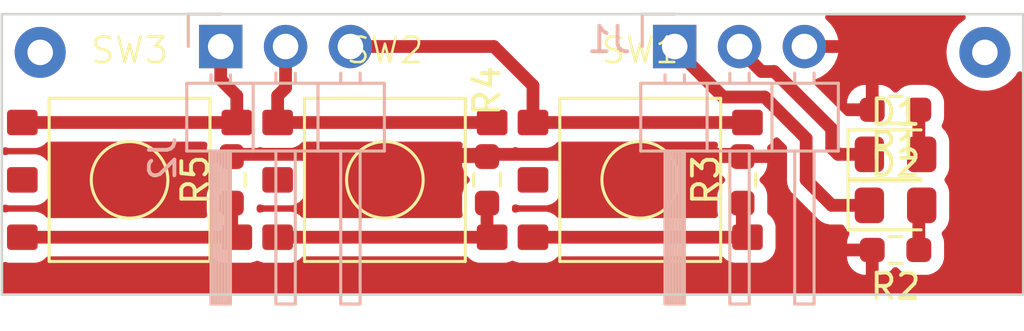
<source format=kicad_pcb>
(kicad_pcb (version 20221018) (generator pcbnew)
  (layers (0 "F.Cu" signal) (31 "B.Cu" signal) (34 "B.Paste" user) (35 "F.Paste" user) (36 "B.SilkS" user "B.Silkscreen") (37 "F.SilkS" user "F.Silkscreen") (38 "B.Mask" user) (39 "F.Mask" user) (44 "Edge.Cuts" user))
  (net 0 "")
  (net 1 "Net-(D1-K)")
  (net 2 "Net-(D1-A)")
  (net 3 "Net-(D2-K)")
  (net 4 "Net-(D2-A)")
  (net 5 "Net-(J1-Pin_3)")
  (net 6 "Net-(J2-Pin_1)")
  (net 7 "Net-(J2-Pin_2)")
  (net 8 "Net-(J2-Pin_3)")
  (net 9 "Net-(R3-Pad1)")
  (net 10 "Net-(R4-Pad1)")
  (net 11 "Net-(R5-Pad1)")
  (footprint "USER:SW_SPST_CK_PTS641" (layer "F.Cu") (at 115 106.5)
    (fp_text reference "SW2" (at 0 -5.08 unlocked) (layer "F.SilkS") (effects (font (thickness 0.1))))
    (fp_text value "OK")
    (fp_line (start -3.15 -3.2) (end -3.15 3.2) (stroke (width 0.12)) (layer "F.SilkS"))
    (fp_line (start -3.15 -3.2) (end 3.15 -3.2) (stroke (width 0.12)) (layer "F.SilkS"))
    (fp_line (start -3.15 3.2) (end 3.15 3.2) (stroke (width 0.12)) (layer "F.SilkS"))
    (fp_line (start 3.15 -3.2) (end 3.15 3.2) (stroke (width 0.12)) (layer "F.SilkS"))
    (fp_circle (center 0 0) (end 1.5 0) (stroke (width 0.12)) (fill none) (layer "F.SilkS"))
    (pad "1" smd roundrect (at -4.2 -2.25) (size 1.2 1) (layers "F.Cu" "F.Paste" "F.Mask") (roundrect_rratio 0.15) (net 7 "Net-(J2-Pin_2)"))
    (pad "1" smd roundrect (at 4.2 -2.25) (size 1.2 1) (layers "F.Cu" "F.Paste" "F.Mask") (roundrect_rratio 0.15) (net 7 "Net-(J2-Pin_2)"))
    (pad "2" smd roundrect (at -4.2 2.25) (size 1.2 1) (layers "F.Cu" "F.Paste" "F.Mask") (roundrect_rratio 0.15) (net 10 "Net-(R4-Pad1)"))
    (pad "2" smd roundrect (at 4.2 2.25) (size 1.2 1) (layers "F.Cu" "F.Paste" "F.Mask") (roundrect_rratio 0.15) (net 10 "Net-(R4-Pad1)"))
    (pad "SH" smd roundrect (at -4.2 0) (size 1.2 1) (layers "F.Cu" "F.Paste" "F.Mask") (roundrect_rratio 0.15))
  )
  (footprint "LED_SMD:LED_0805_2012Metric_Pad1.15x1.40mm_HandSolder" (layer "F.Cu") (at 135 105.5)
    (fp_text reference "D1" (at 0 -1.65) (layer "F.SilkS"))
    (fp_text value "GRN")
    (fp_line (start -1.86 -0.96) (end -1.86 0.96) (stroke (width 0.12)) (layer "F.SilkS"))
    (fp_line (start -1.86 0.96) (end 1 0.96) (stroke (width 0.12)) (layer "F.SilkS"))
    (fp_line (start 1 -0.96) (end -1.86 -0.96) (stroke (width 0.12)) (layer "F.SilkS"))
    (pad "1" smd roundrect (at -1.025 0) (size 1.15 1.4) (layers "F.Cu" "F.Paste" "F.Mask") (roundrect_rratio 0.2173913043) (net 1 "Net-(D1-K)"))
    (pad "2" smd roundrect (at 1.025 0) (size 1.15 1.4) (layers "F.Cu" "F.Paste" "F.Mask") (roundrect_rratio 0.2173913043) (net 2 "Net-(D1-A)"))
  )
  (footprint "Resistor_SMD:R_0603_1608Metric_Pad0.98x0.95mm_HandSolder" (layer "F.Cu") (at 135 103.75 180)
    (fp_text reference "R1" (at 0 -1.43) (layer "F.SilkS"))
    (fp_text value "220R")
    (fp_line (start -0.254724 -0.5225) (end 0.254724 -0.5225) (stroke (width 0.12)) (layer "F.SilkS"))
    (fp_line (start -0.254724 0.5225) (end 0.254724 0.5225) (stroke (width 0.12)) (layer "F.SilkS"))
    (pad "1" smd roundrect (at -0.9125 0 180) (size 0.975 0.95) (layers "F.Cu" "F.Paste" "F.Mask") (net 2 "Net-(D1-A)"))
    (pad "2" smd roundrect (at 0.9125 0 180) (size 0.975 0.95) (layers "F.Cu" "F.Paste" "F.Mask") (net 5 "Net-(J1-Pin_3)"))
  )
  (footprint "LED_SMD:LED_0805_2012Metric_Pad1.15x1.40mm_HandSolder" (layer "F.Cu") (at 135 107.5)
    (fp_text reference "D2" (at 0 -1.65) (layer "F.SilkS"))
    (fp_text value "RED")
    (fp_line (start -1.86 -0.96) (end -1.86 0.96) (stroke (width 0.12)) (layer "F.SilkS"))
    (fp_line (start -1.86 0.96) (end 1 0.96) (stroke (width 0.12)) (layer "F.SilkS"))
    (fp_line (start 1 -0.96) (end -1.86 -0.96) (stroke (width 0.12)) (layer "F.SilkS"))
    (pad "1" smd roundrect (at -1.025 0) (size 1.15 1.4) (layers "F.Cu" "F.Paste" "F.Mask") (roundrect_rratio 0.2173913043) (net 3 "Net-(D2-K)"))
    (pad "2" smd roundrect (at 1.025 0) (size 1.15 1.4) (layers "F.Cu" "F.Paste" "F.Mask") (roundrect_rratio 0.2173913043) (net 4 "Net-(D2-A)"))
  )
  (footprint "Resistor_SMD:R_0603_1608Metric_Pad0.98x0.95mm_HandSolder" (layer "F.Cu") (at 135 109.25 180)
    (fp_text reference "R2" (at 0 -1.43) (layer "F.SilkS"))
    (fp_text value "330R")
    (fp_line (start -0.254724 -0.5225) (end 0.254724 -0.5225) (stroke (width 0.12)) (layer "F.SilkS"))
    (fp_line (start -0.254724 0.5225) (end 0.254724 0.5225) (stroke (width 0.12)) (layer "F.SilkS"))
    (pad "1" smd roundrect (at -0.9125 0 180) (size 0.975 0.95) (layers "F.Cu" "F.Paste" "F.Mask") (net 4 "Net-(D2-A)"))
    (pad "2" smd roundrect (at 0.9125 0 180) (size 0.975 0.95) (layers "F.Cu" "F.Paste" "F.Mask") (net 5 "Net-(J1-Pin_3)"))
  )
  (footprint "Resistor_SMD:R_0603_1608Metric_Pad0.98x0.95mm_HandSolder" (layer "F.Cu") (at 109 106.5 90)
    (fp_text reference "R5" (at 0 -1.43 90) (layer "F.SilkS"))
    (fp_text value "1k")
    (fp_line (start -0.254724 -0.5225) (end 0.254724 -0.5225) (stroke (width 0.12)) (layer "F.SilkS"))
    (fp_line (start -0.254724 0.5225) (end 0.254724 0.5225) (stroke (width 0.12)) (layer "F.SilkS"))
    (pad "1" smd roundrect (at -0.9125 0 90) (size 0.975 0.95) (layers "F.Cu" "F.Paste" "F.Mask") (net 11 "Net-(R5-Pad1)"))
    (pad "2" smd roundrect (at 0.9125 0 90) (size 0.975 0.95) (layers "F.Cu" "F.Paste" "F.Mask") (net 5 "Net-(J1-Pin_3)"))
  )
  (footprint "Resistor_SMD:R_0603_1608Metric_Pad0.98x0.95mm_HandSolder" (layer "F.Cu") (at 129 106.5 90)
    (fp_text reference "R3" (at 0 -1.43 90) (layer "F.SilkS"))
    (fp_text value "1k")
    (fp_line (start -0.254724 -0.5225) (end 0.254724 -0.5225) (stroke (width 0.12)) (layer "F.SilkS"))
    (fp_line (start -0.254724 0.5225) (end 0.254724 0.5225) (stroke (width 0.12)) (layer "F.SilkS"))
    (pad "1" smd roundrect (at -0.9125 0 90) (size 0.975 0.95) (layers "F.Cu" "F.Paste" "F.Mask") (net 9 "Net-(R3-Pad1)"))
    (pad "2" smd roundrect (at 0.9125 0 90) (size 0.975 0.95) (layers "F.Cu" "F.Paste" "F.Mask") (net 5 "Net-(J1-Pin_3)"))
  )
  (footprint "Resistor_SMD:R_0603_1608Metric_Pad0.98x0.95mm_HandSolder" (layer "F.Cu") (at 119 106.5 90)
    (fp_text reference "R4" (at 3.5 0 90) (layer "F.SilkS"))
    (fp_text value "1k")
    (fp_line (start -0.254724 -0.5225) (end 0.254724 -0.5225) (stroke (width 0.12)) (layer "F.SilkS"))
    (fp_line (start -0.254724 0.5225) (end 0.254724 0.5225) (stroke (width 0.12)) (layer "F.SilkS"))
    (pad "1" smd roundrect (at -0.9125 0 90) (size 0.975 0.95) (layers "F.Cu" "F.Paste" "F.Mask") (net 10 "Net-(R4-Pad1)"))
    (pad "2" smd roundrect (at 0.9125 0 90) (size 0.975 0.95) (layers "F.Cu" "F.Paste" "F.Mask") (net 5 "Net-(J1-Pin_3)"))
  )
  (footprint "USER:SW_SPST_CK_PTS641" (layer "F.Cu") (at 105 106.5)
    (fp_text reference "SW3" (at 0 -5.08 unlocked) (layer "F.SilkS") (effects (font (thickness 0.1))))
    (fp_text value "DN")
    (fp_line (start -3.15 -3.2) (end -3.15 3.2) (stroke (width 0.12)) (layer "F.SilkS"))
    (fp_line (start -3.15 -3.2) (end 3.15 -3.2) (stroke (width 0.12)) (layer "F.SilkS"))
    (fp_line (start -3.15 3.2) (end 3.15 3.2) (stroke (width 0.12)) (layer "F.SilkS"))
    (fp_line (start 3.15 -3.2) (end 3.15 3.2) (stroke (width 0.12)) (layer "F.SilkS"))
    (fp_circle (center 0 0) (end 1.5 0) (stroke (width 0.12)) (fill none) (layer "F.SilkS"))
    (pad "1" smd roundrect (at -4.2 -2.25) (size 1.2 1) (layers "F.Cu" "F.Paste" "F.Mask") (roundrect_rratio 0.15) (net 6 "Net-(J2-Pin_1)"))
    (pad "1" smd roundrect (at 4.2 -2.25) (size 1.2 1) (layers "F.Cu" "F.Paste" "F.Mask") (roundrect_rratio 0.15) (net 6 "Net-(J2-Pin_1)"))
    (pad "2" smd roundrect (at -4.2 2.25) (size 1.2 1) (layers "F.Cu" "F.Paste" "F.Mask") (roundrect_rratio 0.15) (net 11 "Net-(R5-Pad1)"))
    (pad "2" smd roundrect (at 4.2 2.25) (size 1.2 1) (layers "F.Cu" "F.Paste" "F.Mask") (roundrect_rratio 0.15) (net 11 "Net-(R5-Pad1)"))
    (pad "SH" smd roundrect (at -4.2 0) (size 1.2 1) (layers "F.Cu" "F.Paste" "F.Mask") (roundrect_rratio 0.15))
  )
  (footprint "USER:SW_SPST_CK_PTS641" (layer "F.Cu") (at 125 106.5)
    (fp_text reference "SW1" (at 0 -5.08 unlocked) (layer "F.SilkS") (effects (font (thickness 0.1))))
    (fp_text value "UP")
    (fp_line (start -3.15 -3.2) (end -3.15 3.2) (stroke (width 0.12)) (layer "F.SilkS"))
    (fp_line (start -3.15 -3.2) (end 3.15 -3.2) (stroke (width 0.12)) (layer "F.SilkS"))
    (fp_line (start -3.15 3.2) (end 3.15 3.2) (stroke (width 0.12)) (layer "F.SilkS"))
    (fp_line (start 3.15 -3.2) (end 3.15 3.2) (stroke (width 0.12)) (layer "F.SilkS"))
    (fp_circle (center 0 0) (end 1.5 0) (stroke (width 0.12)) (fill none) (layer "F.SilkS"))
    (pad "1" smd roundrect (at -4.2 -2.25) (size 1.2 1) (layers "F.Cu" "F.Paste" "F.Mask") (roundrect_rratio 0.15) (net 8 "Net-(J2-Pin_3)"))
    (pad "1" smd roundrect (at 4.2 -2.25) (size 1.2 1) (layers "F.Cu" "F.Paste" "F.Mask") (roundrect_rratio 0.15) (net 8 "Net-(J2-Pin_3)"))
    (pad "2" smd roundrect (at -4.2 2.25) (size 1.2 1) (layers "F.Cu" "F.Paste" "F.Mask") (roundrect_rratio 0.15) (net 9 "Net-(R3-Pad1)"))
    (pad "2" smd roundrect (at 4.2 2.25) (size 1.2 1) (layers "F.Cu" "F.Paste" "F.Mask") (roundrect_rratio 0.15) (net 9 "Net-(R3-Pad1)"))
    (pad "SH" smd roundrect (at -4.2 0) (size 1.2 1) (layers "F.Cu" "F.Paste" "F.Mask") (roundrect_rratio 0.15))
  )
  (footprint "Connector_PinHeader_2.54mm:PinHeader_1x03_P2.54mm_Horizontal" (layer "B.Cu") (at 108.57 101.27 -90)
    (fp_text reference "J2" (at 4.385 2.27 90) (layer "B.SilkS") (effects (justify mirror)))
    (fp_text value "Conn_01x03")
    (fp_line (start -1.27 0) (end -1.27 1.27) (stroke (width 0.12)) (layer "B.SilkS"))
    (fp_line (start -1.27 1.27) (end 0 1.27) (stroke (width 0.12)) (layer "B.SilkS"))
    (fp_line (start 1.042929 -5.46) (end 1.44 -5.46) (stroke (width 0.12)) (layer "B.SilkS"))
    (fp_line (start 1.042929 -4.7) (end 1.44 -4.7) (stroke (width 0.12)) (layer "B.SilkS"))
    (fp_line (start 1.042929 -2.92) (end 1.44 -2.92) (stroke (width 0.12)) (layer "B.SilkS"))
    (fp_line (start 1.042929 -2.16) (end 1.44 -2.16) (stroke (width 0.12)) (layer "B.SilkS"))
    (fp_line (start 1.11 -0.38) (end 1.44 -0.38) (stroke (width 0.12)) (layer "B.SilkS"))
    (fp_line (start 1.11 0.38) (end 1.44 0.38) (stroke (width 0.12)) (layer "B.SilkS"))
    (fp_line (start 1.44 -6.41) (end 4.1 -6.41) (stroke (width 0.12)) (layer "B.SilkS"))
    (fp_line (start 1.44 -3.81) (end 4.1 -3.81) (stroke (width 0.12)) (layer "B.SilkS"))
    (fp_line (start 1.44 -1.27) (end 4.1 -1.27) (stroke (width 0.12)) (layer "B.SilkS"))
    (fp_line (start 1.44 1.33) (end 1.44 -6.41) (stroke (width 0.12)) (layer "B.SilkS"))
    (fp_line (start 4.1 -6.41) (end 4.1 1.33) (stroke (width 0.12)) (layer "B.SilkS"))
    (fp_line (start 4.1 -4.7) (end 10.1 -4.7) (stroke (width 0.12)) (layer "B.SilkS"))
    (fp_line (start 4.1 -2.16) (end 10.1 -2.16) (stroke (width 0.12)) (layer "B.SilkS"))
    (fp_line (start 4.1 -0.28) (end 10.1 -0.28) (stroke (width 0.12)) (layer "B.SilkS"))
    (fp_line (start 4.1 -0.16) (end 10.1 -0.16) (stroke (width 0.12)) (layer "B.SilkS"))
    (fp_line (start 4.1 -0.04) (end 10.1 -0.04) (stroke (width 0.12)) (layer "B.SilkS"))
    (fp_line (start 4.1 0.08) (end 10.1 0.08) (stroke (width 0.12)) (layer "B.SilkS"))
    (fp_line (start 4.1 0.2) (end 10.1 0.2) (stroke (width 0.12)) (layer "B.SilkS"))
    (fp_line (start 4.1 0.32) (end 10.1 0.32) (stroke (width 0.12)) (layer "B.SilkS"))
    (fp_line (start 4.1 0.38) (end 10.1 0.38) (stroke (width 0.12)) (layer "B.SilkS"))
    (fp_line (start 4.1 1.33) (end 1.44 1.33) (stroke (width 0.12)) (layer "B.SilkS"))
    (fp_line (start 10.1 -5.46) (end 4.1 -5.46) (stroke (width 0.12)) (layer "B.SilkS"))
    (fp_line (start 10.1 -4.7) (end 10.1 -5.46) (stroke (width 0.12)) (layer "B.SilkS"))
    (fp_line (start 10.1 -2.92) (end 4.1 -2.92) (stroke (width 0.12)) (layer "B.SilkS"))
    (fp_line (start 10.1 -2.16) (end 10.1 -2.92) (stroke (width 0.12)) (layer "B.SilkS"))
    (fp_line (start 10.1 -0.38) (end 4.1 -0.38) (stroke (width 0.12)) (layer "B.SilkS"))
    (fp_line (start 10.1 0.38) (end 10.1 -0.38) (stroke (width 0.12)) (layer "B.SilkS"))
    (pad "1" thru_hole rect (at 0 0 270) (size 1.7 1.7) (drill 1) (layers "*.Cu" "*.Mask") (net 6 "Net-(J2-Pin_1)"))
    (pad "2" thru_hole oval (at 0 -2.54 270) (size 1.7 1.7) (drill 1) (layers "*.Cu" "*.Mask") (net 7 "Net-(J2-Pin_2)"))
    (pad "3" thru_hole oval (at 0 -5.08 270) (size 1.7 1.7) (drill 1) (layers "*.Cu" "*.Mask") (net 8 "Net-(J2-Pin_3)"))
  )
  (footprint "Connector_PinHeader_2.54mm:PinHeader_1x03_P2.54mm_Horizontal" (layer "B.Cu") (at 126.35 101.27 -90)
    (fp_text reference "J1" (at -0.27 2.57) (layer "B.SilkS") (effects (justify mirror)))
    (fp_text value "Conn_01x03")
    (fp_line (start -1.27 0) (end -1.27 1.27) (stroke (width 0.12)) (layer "B.SilkS"))
    (fp_line (start -1.27 1.27) (end 0 1.27) (stroke (width 0.12)) (layer "B.SilkS"))
    (fp_line (start 1.042929 -5.46) (end 1.44 -5.46) (stroke (width 0.12)) (layer "B.SilkS"))
    (fp_line (start 1.042929 -4.7) (end 1.44 -4.7) (stroke (width 0.12)) (layer "B.SilkS"))
    (fp_line (start 1.042929 -2.92) (end 1.44 -2.92) (stroke (width 0.12)) (layer "B.SilkS"))
    (fp_line (start 1.042929 -2.16) (end 1.44 -2.16) (stroke (width 0.12)) (layer "B.SilkS"))
    (fp_line (start 1.11 -0.38) (end 1.44 -0.38) (stroke (width 0.12)) (layer "B.SilkS"))
    (fp_line (start 1.11 0.38) (end 1.44 0.38) (stroke (width 0.12)) (layer "B.SilkS"))
    (fp_line (start 1.44 -6.41) (end 4.1 -6.41) (stroke (width 0.12)) (layer "B.SilkS"))
    (fp_line (start 1.44 -3.81) (end 4.1 -3.81) (stroke (width 0.12)) (layer "B.SilkS"))
    (fp_line (start 1.44 -1.27) (end 4.1 -1.27) (stroke (width 0.12)) (layer "B.SilkS"))
    (fp_line (start 1.44 1.33) (end 1.44 -6.41) (stroke (width 0.12)) (layer "B.SilkS"))
    (fp_line (start 4.1 -6.41) (end 4.1 1.33) (stroke (width 0.12)) (layer "B.SilkS"))
    (fp_line (start 4.1 -4.7) (end 10.1 -4.7) (stroke (width 0.12)) (layer "B.SilkS"))
    (fp_line (start 4.1 -2.16) (end 10.1 -2.16) (stroke (width 0.12)) (layer "B.SilkS"))
    (fp_line (start 4.1 -0.28) (end 10.1 -0.28) (stroke (width 0.12)) (layer "B.SilkS"))
    (fp_line (start 4.1 -0.16) (end 10.1 -0.16) (stroke (width 0.12)) (layer "B.SilkS"))
    (fp_line (start 4.1 -0.04) (end 10.1 -0.04) (stroke (width 0.12)) (layer "B.SilkS"))
    (fp_line (start 4.1 0.08) (end 10.1 0.08) (stroke (width 0.12)) (layer "B.SilkS"))
    (fp_line (start 4.1 0.2) (end 10.1 0.2) (stroke (width 0.12)) (layer "B.SilkS"))
    (fp_line (start 4.1 0.32) (end 10.1 0.32) (stroke (width 0.12)) (layer "B.SilkS"))
    (fp_line (start 4.1 0.38) (end 10.1 0.38) (stroke (width 0.12)) (layer "B.SilkS"))
    (fp_line (start 4.1 1.33) (end 1.44 1.33) (stroke (width 0.12)) (layer "B.SilkS"))
    (fp_line (start 10.1 -5.46) (end 4.1 -5.46) (stroke (width 0.12)) (layer "B.SilkS"))
    (fp_line (start 10.1 -4.7) (end 10.1 -5.46) (stroke (width 0.12)) (layer "B.SilkS"))
    (fp_line (start 10.1 -2.92) (end 4.1 -2.92) (stroke (width 0.12)) (layer "B.SilkS"))
    (fp_line (start 10.1 -2.16) (end 10.1 -2.92) (stroke (width 0.12)) (layer "B.SilkS"))
    (fp_line (start 10.1 -0.38) (end 4.1 -0.38) (stroke (width 0.12)) (layer "B.SilkS"))
    (fp_line (start 10.1 0.38) (end 10.1 -0.38) (stroke (width 0.12)) (layer "B.SilkS"))
    (pad "1" thru_hole rect (at 0 0 270) (size 1.7 1.7) (drill 1) (layers "*.Cu" "*.Mask") (net 3 "Net-(D2-K)"))
    (pad "2" thru_hole oval (at 0 -2.54 270) (size 1.7 1.7) (drill 1) (layers "*.Cu" "*.Mask") (net 1 "Net-(D1-K)"))
    (pad "3" thru_hole oval (at 0 -5.08 270) (size 1.7 1.7) (drill 1) (layers "*.Cu" "*.Mask") (net 5 "Net-(J1-Pin_3)"))
  )
  (gr_rect (start 100 100) (end 140 111) (stroke (width 0.1)) (fill none) (layer "Edge.Cuts"))
  (via (at 101.5 101.5) (size 2) (drill 1) (layers "F.Cu" "B.Cu") (net 0))
  (via (at 138.5 101.5) (size 2) (drill 1) (layers "F.Cu" "B.Cu") (net 0))
  (segment (start 132.75 105.5) (end 133.975 105.5) (width 0.5) (layer "F.Cu") (net 1))
  (segment (start 132.5 105.25) (end 132.75 105.5) (width 0.5) (layer "F.Cu") (net 1))
  (segment (start 132.5 104.5) (end 132.5 105.25) (width 0.5) (layer "F.Cu") (net 1))
  (segment (start 128.89 101.27) (end 128.89 101.39) (width 0.5) (layer "F.Cu") (net 1))
  (segment (start 128.89 101.39) (end 129.75 102.25) (width 0.5) (layer "F.Cu") (net 1))
  (segment (start 129.75 102.25) (end 130.25 102.25) (width 0.5) (layer "F.Cu") (net 1))
  (segment (start 130.25 102.25) (end 132.5 104.5) (width 0.5) (layer "F.Cu") (net 1))
  (segment (start 135.9125 103.75) (end 135.9125 105.3875) (width 0.5) (layer "F.Cu") (net 2))
  (segment (start 135.9125 105.3875) (end 136.025 105.5) (width 0.5) (layer "F.Cu") (net 2))
  (segment (start 126.35 101.27) (end 126.35 101.35) (width 0.5) (layer "F.Cu") (net 3))
  (segment (start 131.5 104.875) (end 131.5 106.5) (width 0.5) (layer "F.Cu") (net 3))
  (segment (start 131.5 106.5) (end 132.5 107.5) (width 0.5) (layer "F.Cu") (net 3))
  (segment (start 126.35 101.35) (end 128.25 103.25) (width 0.5) (layer "F.Cu") (net 3))
  (segment (start 128.25 103.25) (end 129.875 103.25) (width 0.5) (layer "F.Cu") (net 3))
  (segment (start 129.875 103.25) (end 131.5 104.875) (width 0.5) (layer "F.Cu") (net 3))
  (segment (start 132.5 107.5) (end 133.975 107.5) (width 0.5) (layer "F.Cu") (net 3))
  (segment (start 135.9125 107.6125) (end 136.025 107.5) (width 0.5) (layer "F.Cu") (net 4))
  (segment (start 135.9125 109.25) (end 135.9125 107.6125) (width 0.5) (layer "F.Cu") (net 4))
  (segment (start 109 105.5875) (end 109.0875 105.5) (width 0.5) (layer "F.Cu") (net 5))
  (segment (start 119 105.5875) (end 119.0875 105.5) (width 0.5) (layer "F.Cu") (net 5))
  (segment (start 119.0875 105.5) (end 128.9125 105.5) (width 0.5) (layer "F.Cu") (net 5))
  (segment (start 128.9125 105.5) (end 129 105.5875) (width 0.5) (layer "F.Cu") (net 5))
  (segment (start 109.0875 105.5) (end 118.9125 105.5) (width 0.5) (layer "F.Cu") (net 5))
  (segment (start 118.9125 105.5) (end 119 105.5875) (width 0.5) (layer "F.Cu") (net 5))
  (segment (start 109.2 104.25) (end 109.2 103.2) (width 0.5) (layer "F.Cu") (net 6))
  (segment (start 108.57 102.57) (end 108.57 101.27) (width 0.5) (layer "F.Cu") (net 6))
  (segment (start 109.2 103.2) (end 108.57 102.57) (width 0.5) (layer "F.Cu") (net 6))
  (segment (start 100.8 104.25) (end 109.2 104.25) (width 0.5) (layer "F.Cu") (net 6))
  (segment (start 110.8 103.2) (end 110.8 104.25) (width 0.5) (layer "F.Cu") (net 7))
  (segment (start 111.11 101.27) (end 111.11 102.89) (width 0.5) (layer "F.Cu") (net 7))
  (segment (start 111.11 102.89) (end 110.8 103.2) (width 0.5) (layer "F.Cu") (net 7))
  (segment (start 110.8 104.25) (end 119.2 104.25) (width 0.5) (layer "F.Cu") (net 7))
  (segment (start 119.27 101.27) (end 113.65 101.27) (width 0.5) (layer "F.Cu") (net 8))
  (segment (start 120.8 104.25) (end 129.2 104.25) (width 0.5) (layer "F.Cu") (net 8))
  (segment (start 120.8 104.25) (end 120.8 102.8) (width 0.5) (layer "F.Cu") (net 8))
  (segment (start 120.8 102.8) (end 119.27 101.27) (width 0.5) (layer "F.Cu") (net 8))
  (segment (start 120.8 108.75) (end 129.2 108.75) (width 0.5) (layer "F.Cu") (net 9))
  (segment (start 129 107.4125) (end 129 108.55) (width 0.5) (layer "F.Cu") (net 9))
  (segment (start 129 108.55) (end 129.2 108.75) (width 0.5) (layer "F.Cu") (net 9))
  (segment (start 119 107.4125) (end 119 108.55) (width 0.5) (layer "F.Cu") (net 10))
  (segment (start 119.2 108.75) (end 110.8 108.75) (width 0.5) (layer "F.Cu") (net 10))
  (segment (start 119 108.55) (end 119.2 108.75) (width 0.5) (layer "F.Cu") (net 10))
  (segment (start 109.2 108.75) (end 100.8 108.75) (width 0.5) (layer "F.Cu") (net 11))
  (segment (start 109 108.55) (end 109.2 108.75) (width 0.5) (layer "F.Cu") (net 11))
  (segment (start 109 107.4125) (end 109 108.55) (width 0.5) (layer "F.Cu") (net 11))
  (zone (net 5) (net_name "Net-(J1-Pin_3)") (layer "F.Cu") (connect_pads (clearance 0.5)) (min_thickness 0.25) (fill yes (thermal_gap 0.5) (thermal_bridge_width 0.5))
    (polygon (pts (xy 100 100) (xy 140 100) (xy 140 111) (xy 100 111)))
  )
)
</source>
